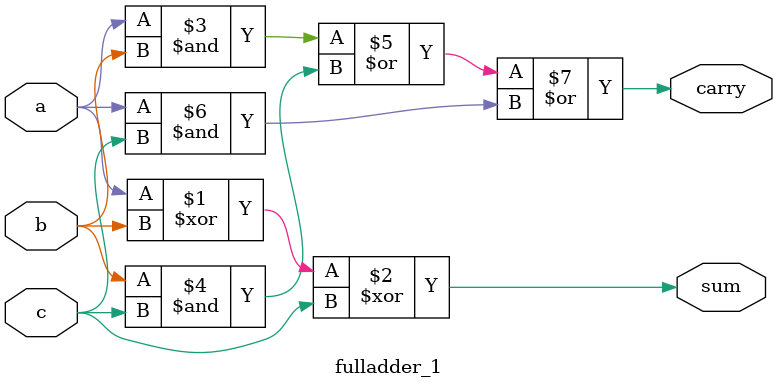
<source format=v>
module fulladder_1(a,b,c,sum,carry);
   input a,b,c;
   output sum, carry;
   assign sum= a^b^c;
   assign carry= (a&b)|(b&c)|(a&c);
endmodule


</source>
